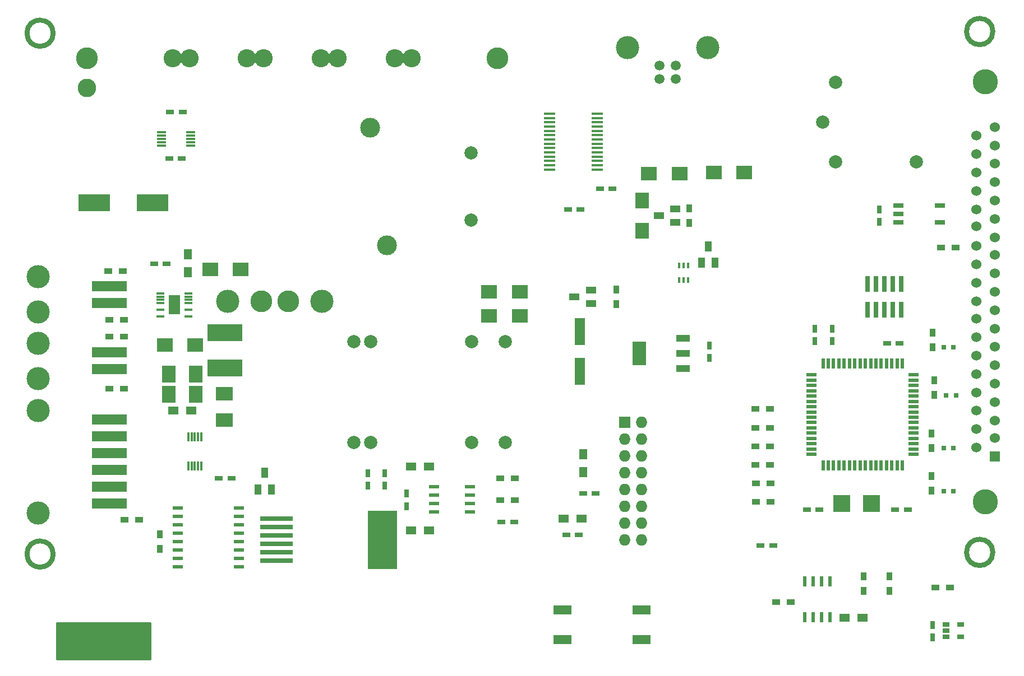
<source format=gbr>
G04 #@! TF.FileFunction,Soldermask,Top*
%FSLAX46Y46*%
G04 Gerber Fmt 4.6, Leading zero omitted, Abs format (unit mm)*
G04 Created by KiCad (PCBNEW 4.0.2-stable) date 3/30/2017 9:01:33 AM*
%MOMM*%
G01*
G04 APERTURE LIST*
%ADD10C,0.100000*%
%ADD11C,0.762000*%
%ADD12C,2.000000*%
%ADD13R,1.200000X0.750000*%
%ADD14R,0.750000X1.200000*%
%ADD15R,2.500000X2.000000*%
%ADD16R,2.000000X2.500000*%
%ADD17R,0.797560X0.797560*%
%ADD18C,3.810000*%
%ADD19R,1.524000X1.524000*%
%ADD20C,1.524000*%
%ADD21R,5.000000X0.760000*%
%ADD22R,4.500000X8.800000*%
%ADD23R,1.727200X1.727200*%
%ADD24O,1.727200X1.727200*%
%ADD25R,1.200000X0.900000*%
%ADD26R,0.900000X1.200000*%
%ADD27R,1.500000X1.300000*%
%ADD28R,1.500000X0.550000*%
%ADD29R,0.550000X1.500000*%
%ADD30R,1.060000X0.650000*%
%ADD31R,1.500000X0.600000*%
%ADD32R,1.450000X0.300000*%
%ADD33R,0.300000X1.450000*%
%ADD34R,1.550000X0.600000*%
%ADD35R,2.032000X3.657600*%
%ADD36R,2.032000X1.016000*%
%ADD37R,0.600000X1.550000*%
%ADD38R,1.750000X0.450000*%
%ADD39R,1.000000X1.500000*%
%ADD40R,1.500000X1.000000*%
%ADD41R,2.500000X2.500000*%
%ADD42R,5.330000X1.650000*%
%ADD43C,3.500000*%
%ADD44C,2.750000*%
%ADD45C,3.300000*%
%ADD46C,2.790000*%
%ADD47R,0.760000X2.400000*%
%ADD48R,1.500000X0.800000*%
%ADD49R,0.400000X0.900000*%
%ADD50C,1.501140*%
%ADD51C,3.500120*%
%ADD52C,3.000000*%
%ADD53R,1.250000X0.305000*%
%ADD54R,1.651000X2.845000*%
%ADD55C,1.500000*%
%ADD56R,2.825000X1.400000*%
%ADD57R,1.300000X1.500000*%
%ADD58R,2.400000X2.000000*%
%ADD59R,2.000000X2.400000*%
%ADD60R,5.300980X2.540000*%
%ADD61R,4.800000X2.500000*%
%ADD62R,1.600000X4.100000*%
%ADD63C,0.254000*%
G04 APERTURE END LIST*
D10*
D11*
X76024803Y-137414000D02*
G75*
G03X76024803Y-137414000I-1983803J0D01*
G01*
X76024803Y-58674000D02*
G75*
G03X76024803Y-58674000I-1983803J0D01*
G01*
X217883803Y-58420000D02*
G75*
G03X217883803Y-58420000I-1983803J0D01*
G01*
X217883803Y-137160000D02*
G75*
G03X217883803Y-137160000I-1983803J0D01*
G01*
D12*
X144272000Y-120543000D03*
X139192000Y-120543000D03*
X144272000Y-105263000D03*
X139192000Y-105263000D03*
X123952000Y-105263000D03*
X121412000Y-105263000D03*
X123952000Y-120543000D03*
X121412000Y-120543000D03*
D13*
X203139000Y-130683000D03*
X205039000Y-130683000D03*
D14*
X191008000Y-105217000D03*
X191008000Y-103317000D03*
D13*
X191704000Y-130683000D03*
X189804000Y-130683000D03*
X203835040Y-105537000D03*
X201935040Y-105537000D03*
D14*
X193675000Y-105217000D03*
X193675000Y-103317000D03*
X200787000Y-87183000D03*
X200787000Y-85283000D03*
D13*
X95438000Y-77597000D03*
X93538000Y-77597000D03*
D15*
X101854000Y-113189000D03*
X101854000Y-117189000D03*
D14*
X129349500Y-128272500D03*
X129349500Y-130172500D03*
D16*
X97504000Y-113284000D03*
X93504000Y-113284000D03*
D13*
X145603000Y-132588000D03*
X143703000Y-132588000D03*
D14*
X208788000Y-150048000D03*
X208788000Y-148148000D03*
D13*
X184719000Y-136144000D03*
X182819000Y-136144000D03*
X160462000Y-82169000D03*
X158562000Y-82169000D03*
X153736000Y-85344000D03*
X155636000Y-85344000D03*
X102931000Y-125984000D03*
X101031000Y-125984000D03*
X93665000Y-70612000D03*
X95565000Y-70612000D03*
D14*
X175133000Y-105857000D03*
X175133000Y-107757000D03*
D17*
X211950300Y-106172000D03*
X210451700Y-106172000D03*
X211950300Y-121412000D03*
X210451700Y-121412000D03*
X211950300Y-127889000D03*
X210451700Y-127889000D03*
X212331300Y-113411000D03*
X210832700Y-113411000D03*
D18*
X216789000Y-66040000D03*
X216789000Y-129540000D03*
D19*
X218186000Y-122682000D03*
D20*
X218186000Y-119888000D03*
X218186000Y-117221000D03*
X218186000Y-114427000D03*
X218186000Y-111633000D03*
X218186000Y-108839000D03*
X218186000Y-106045000D03*
X218186000Y-103378000D03*
X218186000Y-100584000D03*
X218186000Y-97790000D03*
X218186000Y-94996000D03*
X218186000Y-92202000D03*
X218186000Y-89535000D03*
X218186000Y-86741000D03*
X218186000Y-83947000D03*
X218186000Y-81153000D03*
X218186000Y-78359000D03*
X218186000Y-75692000D03*
X218186000Y-72898000D03*
X215392000Y-121285000D03*
X215392000Y-118491000D03*
X215392000Y-115697000D03*
X215392000Y-113030000D03*
X215392000Y-110236000D03*
X215392000Y-107442000D03*
X215392000Y-104648000D03*
X215392000Y-101854000D03*
X215392000Y-99187000D03*
X215392000Y-96393000D03*
X215392000Y-93599000D03*
X215392000Y-90805000D03*
X215392000Y-87884000D03*
X215392000Y-85344000D03*
X215392000Y-82550000D03*
X215392000Y-79756000D03*
X215392000Y-76962000D03*
X215392000Y-74168000D03*
D21*
X109702000Y-132080000D03*
X109702000Y-138430000D03*
X109702000Y-137160000D03*
X109702000Y-135890000D03*
X109702000Y-134620000D03*
D22*
X125752000Y-135255000D03*
D21*
X109702000Y-133350000D03*
D23*
X162306000Y-117475000D03*
D24*
X164846000Y-117475000D03*
X162306000Y-120015000D03*
X164846000Y-120015000D03*
X162306000Y-122555000D03*
X164846000Y-122555000D03*
X162306000Y-125095000D03*
X164846000Y-125095000D03*
X162306000Y-127635000D03*
X164846000Y-127635000D03*
X162306000Y-130175000D03*
X164846000Y-130175000D03*
X162306000Y-132715000D03*
X164846000Y-132715000D03*
X162306000Y-135255000D03*
X164846000Y-135255000D03*
D25*
X145753000Y-125984000D03*
X143553000Y-125984000D03*
X145753000Y-129286000D03*
X143553000Y-129286000D03*
D26*
X208788000Y-106129000D03*
X208788000Y-103929000D03*
X208661000Y-121369000D03*
X208661000Y-119169000D03*
X208661000Y-127846000D03*
X208661000Y-125646000D03*
D25*
X210101000Y-91059000D03*
X212301000Y-91059000D03*
X86784000Y-132270500D03*
X88984000Y-132270500D03*
D27*
X130095000Y-124206000D03*
X132795000Y-124206000D03*
X130095000Y-133858000D03*
X132795000Y-133858000D03*
D26*
X209042000Y-113368000D03*
X209042000Y-111168000D03*
D25*
X185209000Y-144653000D03*
X187409000Y-144653000D03*
D27*
X198200000Y-147066000D03*
X195500000Y-147066000D03*
D25*
X211412000Y-142494000D03*
X209212000Y-142494000D03*
X86698000Y-112395000D03*
X84498000Y-112395000D03*
X86698000Y-104521000D03*
X84498000Y-104521000D03*
D26*
X172085000Y-87333000D03*
X172085000Y-85133000D03*
X161036000Y-99652000D03*
X161036000Y-97452000D03*
D28*
X190547000Y-110332000D03*
X190547000Y-111132000D03*
X190547000Y-111932000D03*
X190547000Y-112732000D03*
X190547000Y-113532000D03*
X190547000Y-114332000D03*
X190547000Y-115132000D03*
X190547000Y-115932000D03*
X190547000Y-116732000D03*
X190547000Y-117532000D03*
X190547000Y-118332000D03*
X190547000Y-119132000D03*
X190547000Y-119932000D03*
X190547000Y-120732000D03*
X190547000Y-121532000D03*
X190547000Y-122332000D03*
D29*
X192247000Y-124032000D03*
X193047000Y-124032000D03*
X193847000Y-124032000D03*
X194647000Y-124032000D03*
X195447000Y-124032000D03*
X196247000Y-124032000D03*
X197047000Y-124032000D03*
X197847000Y-124032000D03*
X198647000Y-124032000D03*
X199447000Y-124032000D03*
X200247000Y-124032000D03*
X201047000Y-124032000D03*
X201847000Y-124032000D03*
X202647000Y-124032000D03*
X203447000Y-124032000D03*
X204247000Y-124032000D03*
D28*
X205947000Y-122332000D03*
X205947000Y-121532000D03*
X205947000Y-120732000D03*
X205947000Y-119932000D03*
X205947000Y-119132000D03*
X205947000Y-118332000D03*
X205947000Y-117532000D03*
X205947000Y-116732000D03*
X205947000Y-115932000D03*
X205947000Y-115132000D03*
X205947000Y-114332000D03*
X205947000Y-113532000D03*
X205947000Y-112732000D03*
X205947000Y-111932000D03*
X205947000Y-111132000D03*
X205947000Y-110332000D03*
D29*
X204247000Y-108632000D03*
X203447000Y-108632000D03*
X202647000Y-108632000D03*
X201847000Y-108632000D03*
X201047000Y-108632000D03*
X200247000Y-108632000D03*
X199447000Y-108632000D03*
X198647000Y-108632000D03*
X197847000Y-108632000D03*
X197047000Y-108632000D03*
X196247000Y-108632000D03*
X195447000Y-108632000D03*
X194647000Y-108632000D03*
X193847000Y-108632000D03*
X193047000Y-108632000D03*
X192247000Y-108632000D03*
D30*
X210863000Y-148021000D03*
X210863000Y-148971000D03*
X210863000Y-149921000D03*
X213063000Y-149921000D03*
X213063000Y-148021000D03*
D31*
X94791000Y-130429000D03*
X94791000Y-131699000D03*
X94791000Y-132969000D03*
X94791000Y-134239000D03*
X94791000Y-135509000D03*
X94791000Y-136779000D03*
X94791000Y-138049000D03*
X94791000Y-139319000D03*
X104091000Y-139319000D03*
X104091000Y-138049000D03*
X104091000Y-136779000D03*
X104091000Y-135509000D03*
X104091000Y-134239000D03*
X104091000Y-132969000D03*
X104091000Y-131699000D03*
X104091000Y-130429000D03*
D32*
X96815000Y-73676000D03*
X96815000Y-74176000D03*
X96815000Y-74676000D03*
X96815000Y-75176000D03*
X96815000Y-75676000D03*
X92415000Y-74676000D03*
X92415000Y-75676000D03*
X92415000Y-75176000D03*
X92415000Y-74176000D03*
X92415000Y-73676000D03*
D33*
X96409000Y-119720000D03*
X96909000Y-119720000D03*
X97409000Y-119720000D03*
X97909000Y-119720000D03*
X98409000Y-119720000D03*
X97409000Y-124120000D03*
X98409000Y-124120000D03*
X97909000Y-124120000D03*
X96909000Y-124120000D03*
X96409000Y-124120000D03*
D34*
X133507500Y-127254000D03*
X133507500Y-128524000D03*
X133507500Y-129794000D03*
X133507500Y-131064000D03*
X138907500Y-131064000D03*
X138907500Y-129794000D03*
X138907500Y-128524000D03*
X138907500Y-127254000D03*
D35*
X164528500Y-107124500D03*
D36*
X171132500Y-107124500D03*
X171132500Y-104838500D03*
X171132500Y-109410500D03*
D37*
X193294000Y-141572000D03*
X192024000Y-141572000D03*
X190754000Y-141572000D03*
X189484000Y-141572000D03*
X189484000Y-146972000D03*
X190754000Y-146972000D03*
X192024000Y-146972000D03*
X193294000Y-146972000D03*
D38*
X150959000Y-70832000D03*
X150959000Y-71482000D03*
X150959000Y-72132000D03*
X150959000Y-72782000D03*
X150959000Y-73432000D03*
X150959000Y-74082000D03*
X150959000Y-74732000D03*
X150959000Y-75382000D03*
X150959000Y-76032000D03*
X150959000Y-76682000D03*
X150959000Y-77332000D03*
X150959000Y-77982000D03*
X150959000Y-78632000D03*
X150959000Y-79282000D03*
X158159000Y-79282000D03*
X158159000Y-78632000D03*
X158159000Y-77982000D03*
X158159000Y-77332000D03*
X158159000Y-76682000D03*
X158159000Y-76032000D03*
X158159000Y-75382000D03*
X158159000Y-74732000D03*
X158159000Y-74082000D03*
X158159000Y-73432000D03*
X158159000Y-72782000D03*
X158159000Y-72132000D03*
X158159000Y-71482000D03*
X158159000Y-70832000D03*
D39*
X108950000Y-127615000D03*
X106950000Y-127615000D03*
X107950000Y-125115000D03*
X175942500Y-93388500D03*
X173942500Y-93388500D03*
X174942500Y-90888500D03*
D40*
X169969500Y-85233000D03*
X169969500Y-87233000D03*
X167469500Y-86233000D03*
X157206000Y-97552000D03*
X157206000Y-99552000D03*
X154706000Y-98552000D03*
D41*
X199608000Y-129794000D03*
X195108000Y-129794000D03*
D42*
X84466000Y-117094000D03*
X84466000Y-129794000D03*
X84466000Y-127254000D03*
X84466000Y-119634000D03*
D43*
X73776000Y-131189000D03*
D42*
X84466000Y-124714000D03*
X84466000Y-122174000D03*
D43*
X73776000Y-115699000D03*
X73776000Y-110869000D03*
D42*
X84466000Y-109474000D03*
X84466000Y-106934000D03*
D43*
X73776000Y-105539000D03*
D44*
X94101000Y-62484000D03*
X96641000Y-62484000D03*
X130181000Y-62484000D03*
X127641000Y-62484000D03*
X105281000Y-62484000D03*
X107821000Y-62484000D03*
X119001000Y-62484000D03*
X116461000Y-62484000D03*
D45*
X81151000Y-62484000D03*
X143131000Y-62484000D03*
D46*
X81151000Y-66934000D03*
D47*
X200279000Y-96602000D03*
X201549000Y-96602000D03*
X199009000Y-96602000D03*
X204089000Y-96602000D03*
X202819000Y-96602000D03*
X204089000Y-100502000D03*
X202819000Y-100502000D03*
X201549000Y-100502000D03*
X200279000Y-100502000D03*
X199009000Y-100502000D03*
D48*
X209906000Y-87249000D03*
X209906000Y-84709000D03*
X203606000Y-84709000D03*
X203606000Y-87249000D03*
X203606000Y-85979000D03*
D49*
X170546000Y-93769000D03*
X171846000Y-93769000D03*
X171196000Y-93769000D03*
X170546000Y-95969000D03*
X171846000Y-95969000D03*
X171196000Y-95969000D03*
D50*
X170027600Y-63550800D03*
X167538400Y-63550800D03*
X167538400Y-65557400D03*
X170027600Y-65557400D03*
D51*
X174802800Y-60833000D03*
X162763200Y-60833000D03*
D14*
X123571000Y-125161000D03*
X123571000Y-127061000D03*
D43*
X73776000Y-100836000D03*
D42*
X84466000Y-99441000D03*
X84466000Y-96901000D03*
D43*
X73776000Y-95506000D03*
D26*
X92138500Y-136609000D03*
X92138500Y-134409000D03*
D25*
X86698000Y-101981000D03*
X84498000Y-101981000D03*
X86571000Y-94615000D03*
X84371000Y-94615000D03*
D52*
X123888500Y-72961500D03*
X126428500Y-90741500D03*
D12*
X139128500Y-86931500D03*
X139128500Y-76771500D03*
X194179000Y-78136000D03*
X192179000Y-72136000D03*
X194179000Y-66136000D03*
X206379000Y-78136000D03*
D53*
X96403000Y-101493000D03*
X96403000Y-100493000D03*
X96403000Y-99493000D03*
X96403000Y-98993000D03*
X96403000Y-98493000D03*
X96403000Y-97993000D03*
X92192000Y-97993000D03*
X92192000Y-98493000D03*
X92192000Y-98993000D03*
X92192000Y-99493000D03*
X92192000Y-100493000D03*
X92192000Y-101493000D03*
D54*
X94297500Y-99718000D03*
D55*
X94297500Y-99918000D03*
D56*
X164877000Y-145832000D03*
X164877000Y-150332000D03*
X152877000Y-150332000D03*
X152877000Y-145832000D03*
D43*
X116584000Y-99250500D03*
D45*
X111504000Y-99250500D03*
X107444000Y-99250500D03*
D43*
X102364000Y-99250500D03*
D27*
X94154000Y-115697000D03*
X96854000Y-115697000D03*
D57*
X96393000Y-94822000D03*
X96393000Y-92122000D03*
D16*
X97504000Y-110236000D03*
X93504000Y-110236000D03*
D13*
X93152000Y-93535500D03*
X91252000Y-93535500D03*
D14*
X126111000Y-125161000D03*
X126111000Y-127061000D03*
D13*
X156022000Y-128270000D03*
X157922000Y-128270000D03*
X155382000Y-134493000D03*
X153482000Y-134493000D03*
D26*
X198374000Y-142959000D03*
X198374000Y-140759000D03*
X202311000Y-142959000D03*
X202311000Y-140759000D03*
D58*
X92886500Y-105791000D03*
X97486500Y-105791000D03*
X165975000Y-79883000D03*
X170575000Y-79883000D03*
D59*
X164909500Y-88533000D03*
X164909500Y-83933000D03*
D58*
X175754000Y-79756000D03*
X180354000Y-79756000D03*
X146445000Y-97790000D03*
X141845000Y-97790000D03*
X141845000Y-101409500D03*
X146445000Y-101409500D03*
X104344500Y-94361000D03*
X99744500Y-94361000D03*
D60*
X101917500Y-103949500D03*
X101917500Y-109283500D03*
D57*
X156083000Y-125048000D03*
X156083000Y-122348000D03*
D27*
X153082000Y-132080000D03*
X155782000Y-132080000D03*
D61*
X91014000Y-84328000D03*
X82214000Y-84328000D03*
D62*
X155575000Y-103807000D03*
X155575000Y-109807000D03*
D25*
X184234000Y-123952000D03*
X182034000Y-123952000D03*
X184234000Y-121158000D03*
X182034000Y-121158000D03*
X184234000Y-118364000D03*
X182034000Y-118364000D03*
X184234000Y-115443000D03*
X182034000Y-115443000D03*
X184361000Y-129540000D03*
X182161000Y-129540000D03*
X184361000Y-126746000D03*
X182161000Y-126746000D03*
D63*
G36*
X90678000Y-153289000D02*
X76581000Y-153289000D01*
X76581000Y-147828000D01*
X90678000Y-147828000D01*
X90678000Y-153289000D01*
X90678000Y-153289000D01*
G37*
X90678000Y-153289000D02*
X76581000Y-153289000D01*
X76581000Y-147828000D01*
X90678000Y-147828000D01*
X90678000Y-153289000D01*
M02*

</source>
